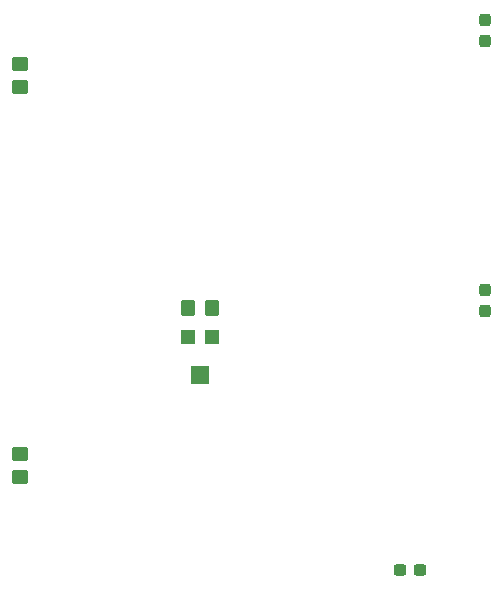
<source format=gbp>
G04 #@! TF.GenerationSoftware,KiCad,Pcbnew,7.0.8*
G04 #@! TF.CreationDate,2024-02-22T02:02:49-08:00*
G04 #@! TF.ProjectId,oc_v1,6f635f76-312e-46b6-9963-61645f706362,0*
G04 #@! TF.SameCoordinates,Original*
G04 #@! TF.FileFunction,Paste,Bot*
G04 #@! TF.FilePolarity,Positive*
%FSLAX46Y46*%
G04 Gerber Fmt 4.6, Leading zero omitted, Abs format (unit mm)*
G04 Created by KiCad (PCBNEW 7.0.8) date 2024-02-22 02:02:49*
%MOMM*%
%LPD*%
G01*
G04 APERTURE LIST*
G04 Aperture macros list*
%AMRoundRect*
0 Rectangle with rounded corners*
0 $1 Rounding radius*
0 $2 $3 $4 $5 $6 $7 $8 $9 X,Y pos of 4 corners*
0 Add a 4 corners polygon primitive as box body*
4,1,4,$2,$3,$4,$5,$6,$7,$8,$9,$2,$3,0*
0 Add four circle primitives for the rounded corners*
1,1,$1+$1,$2,$3*
1,1,$1+$1,$4,$5*
1,1,$1+$1,$6,$7*
1,1,$1+$1,$8,$9*
0 Add four rect primitives between the rounded corners*
20,1,$1+$1,$2,$3,$4,$5,0*
20,1,$1+$1,$4,$5,$6,$7,0*
20,1,$1+$1,$6,$7,$8,$9,0*
20,1,$1+$1,$8,$9,$2,$3,0*%
G04 Aperture macros list end*
%ADD10RoundRect,0.237500X-0.237500X0.300000X-0.237500X-0.300000X0.237500X-0.300000X0.237500X0.300000X0*%
%ADD11RoundRect,0.250000X-0.350000X-0.450000X0.350000X-0.450000X0.350000X0.450000X-0.350000X0.450000X0*%
%ADD12RoundRect,0.250000X0.450000X-0.350000X0.450000X0.350000X-0.450000X0.350000X-0.450000X-0.350000X0*%
%ADD13R,1.200000X1.200000*%
%ADD14R,1.600000X1.500000*%
%ADD15RoundRect,0.237500X0.300000X0.237500X-0.300000X0.237500X-0.300000X-0.237500X0.300000X-0.237500X0*%
G04 APERTURE END LIST*
D10*
X158750000Y-72797500D03*
X158750000Y-74522500D03*
D11*
X133620000Y-74295000D03*
X135620000Y-74295000D03*
D12*
X119380000Y-88630000D03*
X119380000Y-86630000D03*
D13*
X135620000Y-76760000D03*
D14*
X134620000Y-80010000D03*
D13*
X133620000Y-76760000D03*
D15*
X153262500Y-96520000D03*
X151537500Y-96520000D03*
D12*
X119380000Y-55610000D03*
X119380000Y-53610000D03*
D10*
X158750000Y-49937500D03*
X158750000Y-51662500D03*
M02*

</source>
